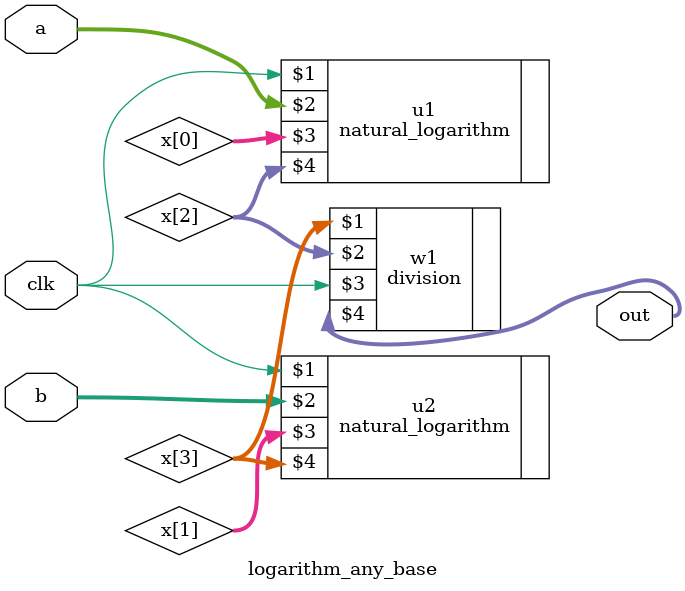
<source format=v>
`timescale 1ns / 1ps
module logarithm_any_base(input [35:0] a,input [35:0]b,input clk,output [35:0] out);
wire [35:0] x[3:0];
natural_logarithm u1( clk,a ,x[0],x[2]);
natural_logarithm u2( clk,b ,x[1],x[3]);
division w1(x[3],x[2],clk,out);
endmodule

</source>
